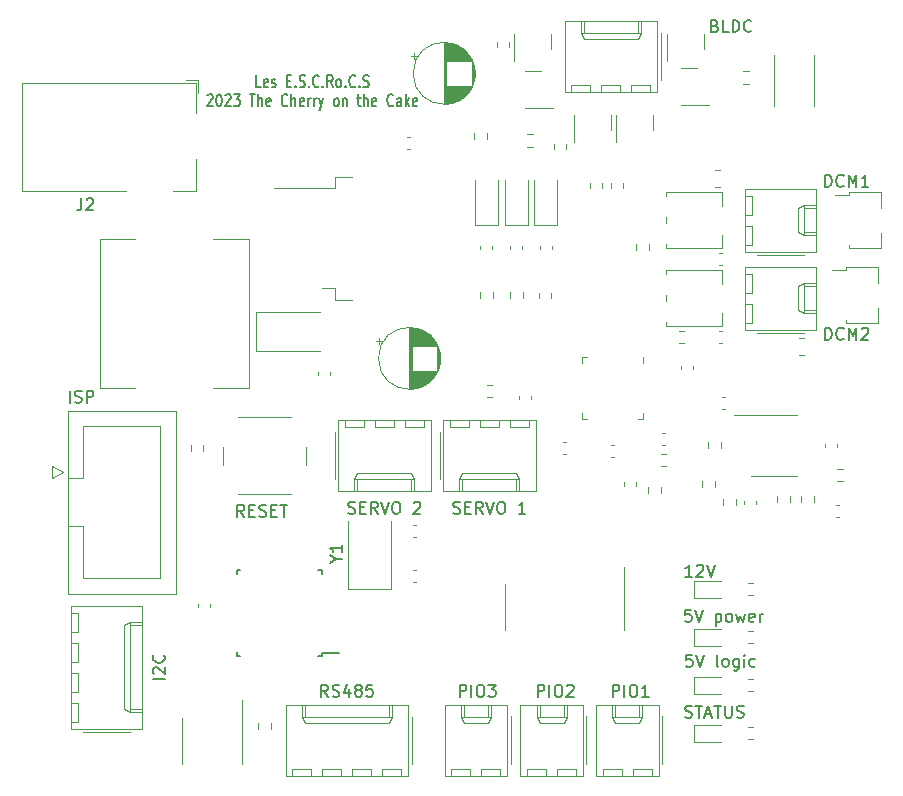
<source format=gbr>
%TF.GenerationSoftware,KiCad,Pcbnew,6.0.11+dfsg-1~bpo11+1*%
%TF.CreationDate,2023-02-26T16:43:03+01:00*%
%TF.ProjectId,gun_board,67756e5f-626f-4617-9264-2e6b69636164,rev?*%
%TF.SameCoordinates,PX6940178PY3a87660*%
%TF.FileFunction,Legend,Top*%
%TF.FilePolarity,Positive*%
%FSLAX46Y46*%
G04 Gerber Fmt 4.6, Leading zero omitted, Abs format (unit mm)*
G04 Created by KiCad (PCBNEW 6.0.11+dfsg-1~bpo11+1) date 2023-02-26 16:43:03*
%MOMM*%
%LPD*%
G01*
G04 APERTURE LIST*
%ADD10C,0.200000*%
%ADD11C,0.150000*%
%ADD12C,0.120000*%
G04 APERTURE END LIST*
D10*
X17482095Y-6251380D02*
X17101142Y-6251380D01*
X17101142Y-5251380D01*
X18053523Y-6203761D02*
X17977333Y-6251380D01*
X17824952Y-6251380D01*
X17748761Y-6203761D01*
X17710666Y-6108523D01*
X17710666Y-5727571D01*
X17748761Y-5632333D01*
X17824952Y-5584714D01*
X17977333Y-5584714D01*
X18053523Y-5632333D01*
X18091619Y-5727571D01*
X18091619Y-5822809D01*
X17710666Y-5918047D01*
X18396380Y-6203761D02*
X18472571Y-6251380D01*
X18624952Y-6251380D01*
X18701142Y-6203761D01*
X18739238Y-6108523D01*
X18739238Y-6060904D01*
X18701142Y-5965666D01*
X18624952Y-5918047D01*
X18510666Y-5918047D01*
X18434476Y-5870428D01*
X18396380Y-5775190D01*
X18396380Y-5727571D01*
X18434476Y-5632333D01*
X18510666Y-5584714D01*
X18624952Y-5584714D01*
X18701142Y-5632333D01*
X19691619Y-5727571D02*
X19958285Y-5727571D01*
X20072571Y-6251380D02*
X19691619Y-6251380D01*
X19691619Y-5251380D01*
X20072571Y-5251380D01*
X20415428Y-6156142D02*
X20453523Y-6203761D01*
X20415428Y-6251380D01*
X20377333Y-6203761D01*
X20415428Y-6156142D01*
X20415428Y-6251380D01*
X20758285Y-6203761D02*
X20872571Y-6251380D01*
X21063047Y-6251380D01*
X21139238Y-6203761D01*
X21177333Y-6156142D01*
X21215428Y-6060904D01*
X21215428Y-5965666D01*
X21177333Y-5870428D01*
X21139238Y-5822809D01*
X21063047Y-5775190D01*
X20910666Y-5727571D01*
X20834476Y-5679952D01*
X20796380Y-5632333D01*
X20758285Y-5537095D01*
X20758285Y-5441857D01*
X20796380Y-5346619D01*
X20834476Y-5299000D01*
X20910666Y-5251380D01*
X21101142Y-5251380D01*
X21215428Y-5299000D01*
X21558285Y-6156142D02*
X21596380Y-6203761D01*
X21558285Y-6251380D01*
X21520190Y-6203761D01*
X21558285Y-6156142D01*
X21558285Y-6251380D01*
X22396380Y-6156142D02*
X22358285Y-6203761D01*
X22244000Y-6251380D01*
X22167809Y-6251380D01*
X22053523Y-6203761D01*
X21977333Y-6108523D01*
X21939238Y-6013285D01*
X21901142Y-5822809D01*
X21901142Y-5679952D01*
X21939238Y-5489476D01*
X21977333Y-5394238D01*
X22053523Y-5299000D01*
X22167809Y-5251380D01*
X22244000Y-5251380D01*
X22358285Y-5299000D01*
X22396380Y-5346619D01*
X22739238Y-6156142D02*
X22777333Y-6203761D01*
X22739238Y-6251380D01*
X22701142Y-6203761D01*
X22739238Y-6156142D01*
X22739238Y-6251380D01*
X23577333Y-6251380D02*
X23310666Y-5775190D01*
X23120190Y-6251380D02*
X23120190Y-5251380D01*
X23424952Y-5251380D01*
X23501142Y-5299000D01*
X23539238Y-5346619D01*
X23577333Y-5441857D01*
X23577333Y-5584714D01*
X23539238Y-5679952D01*
X23501142Y-5727571D01*
X23424952Y-5775190D01*
X23120190Y-5775190D01*
X24034476Y-6251380D02*
X23958285Y-6203761D01*
X23920190Y-6156142D01*
X23882095Y-6060904D01*
X23882095Y-5775190D01*
X23920190Y-5679952D01*
X23958285Y-5632333D01*
X24034476Y-5584714D01*
X24148761Y-5584714D01*
X24224952Y-5632333D01*
X24263047Y-5679952D01*
X24301142Y-5775190D01*
X24301142Y-6060904D01*
X24263047Y-6156142D01*
X24224952Y-6203761D01*
X24148761Y-6251380D01*
X24034476Y-6251380D01*
X24644000Y-6156142D02*
X24682095Y-6203761D01*
X24644000Y-6251380D01*
X24605904Y-6203761D01*
X24644000Y-6156142D01*
X24644000Y-6251380D01*
X25482095Y-6156142D02*
X25444000Y-6203761D01*
X25329714Y-6251380D01*
X25253523Y-6251380D01*
X25139238Y-6203761D01*
X25063047Y-6108523D01*
X25024952Y-6013285D01*
X24986857Y-5822809D01*
X24986857Y-5679952D01*
X25024952Y-5489476D01*
X25063047Y-5394238D01*
X25139238Y-5299000D01*
X25253523Y-5251380D01*
X25329714Y-5251380D01*
X25444000Y-5299000D01*
X25482095Y-5346619D01*
X25824952Y-6156142D02*
X25863047Y-6203761D01*
X25824952Y-6251380D01*
X25786857Y-6203761D01*
X25824952Y-6156142D01*
X25824952Y-6251380D01*
X26167809Y-6203761D02*
X26282095Y-6251380D01*
X26472571Y-6251380D01*
X26548761Y-6203761D01*
X26586857Y-6156142D01*
X26624952Y-6060904D01*
X26624952Y-5965666D01*
X26586857Y-5870428D01*
X26548761Y-5822809D01*
X26472571Y-5775190D01*
X26320190Y-5727571D01*
X26244000Y-5679952D01*
X26205904Y-5632333D01*
X26167809Y-5537095D01*
X26167809Y-5441857D01*
X26205904Y-5346619D01*
X26244000Y-5299000D01*
X26320190Y-5251380D01*
X26510666Y-5251380D01*
X26624952Y-5299000D01*
X12948761Y-6956619D02*
X12986857Y-6909000D01*
X13063047Y-6861380D01*
X13253523Y-6861380D01*
X13329714Y-6909000D01*
X13367809Y-6956619D01*
X13405904Y-7051857D01*
X13405904Y-7147095D01*
X13367809Y-7289952D01*
X12910666Y-7861380D01*
X13405904Y-7861380D01*
X13901142Y-6861380D02*
X13977333Y-6861380D01*
X14053523Y-6909000D01*
X14091619Y-6956619D01*
X14129714Y-7051857D01*
X14167809Y-7242333D01*
X14167809Y-7480428D01*
X14129714Y-7670904D01*
X14091619Y-7766142D01*
X14053523Y-7813761D01*
X13977333Y-7861380D01*
X13901142Y-7861380D01*
X13824952Y-7813761D01*
X13786857Y-7766142D01*
X13748761Y-7670904D01*
X13710666Y-7480428D01*
X13710666Y-7242333D01*
X13748761Y-7051857D01*
X13786857Y-6956619D01*
X13824952Y-6909000D01*
X13901142Y-6861380D01*
X14472571Y-6956619D02*
X14510666Y-6909000D01*
X14586857Y-6861380D01*
X14777333Y-6861380D01*
X14853523Y-6909000D01*
X14891619Y-6956619D01*
X14929714Y-7051857D01*
X14929714Y-7147095D01*
X14891619Y-7289952D01*
X14434476Y-7861380D01*
X14929714Y-7861380D01*
X15196380Y-6861380D02*
X15691619Y-6861380D01*
X15424952Y-7242333D01*
X15539238Y-7242333D01*
X15615428Y-7289952D01*
X15653523Y-7337571D01*
X15691619Y-7432809D01*
X15691619Y-7670904D01*
X15653523Y-7766142D01*
X15615428Y-7813761D01*
X15539238Y-7861380D01*
X15310666Y-7861380D01*
X15234476Y-7813761D01*
X15196380Y-7766142D01*
X16529714Y-6861380D02*
X16986857Y-6861380D01*
X16758285Y-7861380D02*
X16758285Y-6861380D01*
X17253523Y-7861380D02*
X17253523Y-6861380D01*
X17596380Y-7861380D02*
X17596380Y-7337571D01*
X17558285Y-7242333D01*
X17482095Y-7194714D01*
X17367809Y-7194714D01*
X17291619Y-7242333D01*
X17253523Y-7289952D01*
X18282095Y-7813761D02*
X18205904Y-7861380D01*
X18053523Y-7861380D01*
X17977333Y-7813761D01*
X17939238Y-7718523D01*
X17939238Y-7337571D01*
X17977333Y-7242333D01*
X18053523Y-7194714D01*
X18205904Y-7194714D01*
X18282095Y-7242333D01*
X18320190Y-7337571D01*
X18320190Y-7432809D01*
X17939238Y-7528047D01*
X19729714Y-7766142D02*
X19691619Y-7813761D01*
X19577333Y-7861380D01*
X19501142Y-7861380D01*
X19386857Y-7813761D01*
X19310666Y-7718523D01*
X19272571Y-7623285D01*
X19234476Y-7432809D01*
X19234476Y-7289952D01*
X19272571Y-7099476D01*
X19310666Y-7004238D01*
X19386857Y-6909000D01*
X19501142Y-6861380D01*
X19577333Y-6861380D01*
X19691619Y-6909000D01*
X19729714Y-6956619D01*
X20072571Y-7861380D02*
X20072571Y-6861380D01*
X20415428Y-7861380D02*
X20415428Y-7337571D01*
X20377333Y-7242333D01*
X20301142Y-7194714D01*
X20186857Y-7194714D01*
X20110666Y-7242333D01*
X20072571Y-7289952D01*
X21101142Y-7813761D02*
X21024952Y-7861380D01*
X20872571Y-7861380D01*
X20796380Y-7813761D01*
X20758285Y-7718523D01*
X20758285Y-7337571D01*
X20796380Y-7242333D01*
X20872571Y-7194714D01*
X21024952Y-7194714D01*
X21101142Y-7242333D01*
X21139238Y-7337571D01*
X21139238Y-7432809D01*
X20758285Y-7528047D01*
X21482095Y-7861380D02*
X21482095Y-7194714D01*
X21482095Y-7385190D02*
X21520190Y-7289952D01*
X21558285Y-7242333D01*
X21634476Y-7194714D01*
X21710666Y-7194714D01*
X21977333Y-7861380D02*
X21977333Y-7194714D01*
X21977333Y-7385190D02*
X22015428Y-7289952D01*
X22053523Y-7242333D01*
X22129714Y-7194714D01*
X22205904Y-7194714D01*
X22396380Y-7194714D02*
X22586857Y-7861380D01*
X22777333Y-7194714D02*
X22586857Y-7861380D01*
X22510666Y-8099476D01*
X22472571Y-8147095D01*
X22396380Y-8194714D01*
X23805904Y-7861380D02*
X23729714Y-7813761D01*
X23691619Y-7766142D01*
X23653523Y-7670904D01*
X23653523Y-7385190D01*
X23691619Y-7289952D01*
X23729714Y-7242333D01*
X23805904Y-7194714D01*
X23920190Y-7194714D01*
X23996380Y-7242333D01*
X24034476Y-7289952D01*
X24072571Y-7385190D01*
X24072571Y-7670904D01*
X24034476Y-7766142D01*
X23996380Y-7813761D01*
X23920190Y-7861380D01*
X23805904Y-7861380D01*
X24415428Y-7194714D02*
X24415428Y-7861380D01*
X24415428Y-7289952D02*
X24453523Y-7242333D01*
X24529714Y-7194714D01*
X24644000Y-7194714D01*
X24720190Y-7242333D01*
X24758285Y-7337571D01*
X24758285Y-7861380D01*
X25634476Y-7194714D02*
X25939238Y-7194714D01*
X25748761Y-6861380D02*
X25748761Y-7718523D01*
X25786857Y-7813761D01*
X25863047Y-7861380D01*
X25939238Y-7861380D01*
X26205904Y-7861380D02*
X26205904Y-6861380D01*
X26548761Y-7861380D02*
X26548761Y-7337571D01*
X26510666Y-7242333D01*
X26434476Y-7194714D01*
X26320190Y-7194714D01*
X26244000Y-7242333D01*
X26205904Y-7289952D01*
X27234476Y-7813761D02*
X27158285Y-7861380D01*
X27005904Y-7861380D01*
X26929714Y-7813761D01*
X26891619Y-7718523D01*
X26891619Y-7337571D01*
X26929714Y-7242333D01*
X27005904Y-7194714D01*
X27158285Y-7194714D01*
X27234476Y-7242333D01*
X27272571Y-7337571D01*
X27272571Y-7432809D01*
X26891619Y-7528047D01*
X28682095Y-7766142D02*
X28644000Y-7813761D01*
X28529714Y-7861380D01*
X28453523Y-7861380D01*
X28339238Y-7813761D01*
X28263047Y-7718523D01*
X28224952Y-7623285D01*
X28186857Y-7432809D01*
X28186857Y-7289952D01*
X28224952Y-7099476D01*
X28263047Y-7004238D01*
X28339238Y-6909000D01*
X28453523Y-6861380D01*
X28529714Y-6861380D01*
X28644000Y-6909000D01*
X28682095Y-6956619D01*
X29367809Y-7861380D02*
X29367809Y-7337571D01*
X29329714Y-7242333D01*
X29253523Y-7194714D01*
X29101142Y-7194714D01*
X29024952Y-7242333D01*
X29367809Y-7813761D02*
X29291619Y-7861380D01*
X29101142Y-7861380D01*
X29024952Y-7813761D01*
X28986857Y-7718523D01*
X28986857Y-7623285D01*
X29024952Y-7528047D01*
X29101142Y-7480428D01*
X29291619Y-7480428D01*
X29367809Y-7432809D01*
X29748761Y-7861380D02*
X29748761Y-6861380D01*
X29824952Y-7480428D02*
X30053523Y-7861380D01*
X30053523Y-7194714D02*
X29748761Y-7575666D01*
X30701142Y-7813761D02*
X30624952Y-7861380D01*
X30472571Y-7861380D01*
X30396380Y-7813761D01*
X30358285Y-7718523D01*
X30358285Y-7337571D01*
X30396380Y-7242333D01*
X30472571Y-7194714D01*
X30624952Y-7194714D01*
X30701142Y-7242333D01*
X30739238Y-7337571D01*
X30739238Y-7432809D01*
X30358285Y-7528047D01*
D11*
%TO.C,J2*%
X2296666Y-15674880D02*
X2296666Y-16389166D01*
X2249047Y-16532023D01*
X2153809Y-16627261D01*
X2010952Y-16674880D01*
X1915714Y-16674880D01*
X2725238Y-15770119D02*
X2772857Y-15722500D01*
X2868095Y-15674880D01*
X3106190Y-15674880D01*
X3201428Y-15722500D01*
X3249047Y-15770119D01*
X3296666Y-15865357D01*
X3296666Y-15960595D01*
X3249047Y-16103452D01*
X2677619Y-16674880D01*
X3296666Y-16674880D01*
%TO.C,PIO1*%
X47268000Y-57856380D02*
X47268000Y-56856380D01*
X47648952Y-56856380D01*
X47744190Y-56904000D01*
X47791809Y-56951619D01*
X47839428Y-57046857D01*
X47839428Y-57189714D01*
X47791809Y-57284952D01*
X47744190Y-57332571D01*
X47648952Y-57380190D01*
X47268000Y-57380190D01*
X48268000Y-57856380D02*
X48268000Y-56856380D01*
X48934666Y-56856380D02*
X49125142Y-56856380D01*
X49220380Y-56904000D01*
X49315619Y-56999238D01*
X49363238Y-57189714D01*
X49363238Y-57523047D01*
X49315619Y-57713523D01*
X49220380Y-57808761D01*
X49125142Y-57856380D01*
X48934666Y-57856380D01*
X48839428Y-57808761D01*
X48744190Y-57713523D01*
X48696571Y-57523047D01*
X48696571Y-57189714D01*
X48744190Y-56999238D01*
X48839428Y-56904000D01*
X48934666Y-56856380D01*
X50315619Y-57856380D02*
X49744190Y-57856380D01*
X50029904Y-57856380D02*
X50029904Y-56856380D01*
X49934666Y-56999238D01*
X49839428Y-57094476D01*
X49744190Y-57142095D01*
%TO.C,PIO2*%
X40918000Y-57856380D02*
X40918000Y-56856380D01*
X41298952Y-56856380D01*
X41394190Y-56904000D01*
X41441809Y-56951619D01*
X41489428Y-57046857D01*
X41489428Y-57189714D01*
X41441809Y-57284952D01*
X41394190Y-57332571D01*
X41298952Y-57380190D01*
X40918000Y-57380190D01*
X41918000Y-57856380D02*
X41918000Y-56856380D01*
X42584666Y-56856380D02*
X42775142Y-56856380D01*
X42870380Y-56904000D01*
X42965619Y-56999238D01*
X43013238Y-57189714D01*
X43013238Y-57523047D01*
X42965619Y-57713523D01*
X42870380Y-57808761D01*
X42775142Y-57856380D01*
X42584666Y-57856380D01*
X42489428Y-57808761D01*
X42394190Y-57713523D01*
X42346571Y-57523047D01*
X42346571Y-57189714D01*
X42394190Y-56999238D01*
X42489428Y-56904000D01*
X42584666Y-56856380D01*
X43394190Y-56951619D02*
X43441809Y-56904000D01*
X43537047Y-56856380D01*
X43775142Y-56856380D01*
X43870380Y-56904000D01*
X43918000Y-56951619D01*
X43965619Y-57046857D01*
X43965619Y-57142095D01*
X43918000Y-57284952D01*
X43346571Y-57856380D01*
X43965619Y-57856380D01*
%TO.C,RESET*%
X16073619Y-42616380D02*
X15740285Y-42140190D01*
X15502190Y-42616380D02*
X15502190Y-41616380D01*
X15883142Y-41616380D01*
X15978380Y-41664000D01*
X16026000Y-41711619D01*
X16073619Y-41806857D01*
X16073619Y-41949714D01*
X16026000Y-42044952D01*
X15978380Y-42092571D01*
X15883142Y-42140190D01*
X15502190Y-42140190D01*
X16502190Y-42092571D02*
X16835523Y-42092571D01*
X16978380Y-42616380D02*
X16502190Y-42616380D01*
X16502190Y-41616380D01*
X16978380Y-41616380D01*
X17359333Y-42568761D02*
X17502190Y-42616380D01*
X17740285Y-42616380D01*
X17835523Y-42568761D01*
X17883142Y-42521142D01*
X17930761Y-42425904D01*
X17930761Y-42330666D01*
X17883142Y-42235428D01*
X17835523Y-42187809D01*
X17740285Y-42140190D01*
X17549809Y-42092571D01*
X17454571Y-42044952D01*
X17406952Y-41997333D01*
X17359333Y-41902095D01*
X17359333Y-41806857D01*
X17406952Y-41711619D01*
X17454571Y-41664000D01*
X17549809Y-41616380D01*
X17787904Y-41616380D01*
X17930761Y-41664000D01*
X18359333Y-42092571D02*
X18692666Y-42092571D01*
X18835523Y-42616380D02*
X18359333Y-42616380D01*
X18359333Y-41616380D01*
X18835523Y-41616380D01*
X19121238Y-41616380D02*
X19692666Y-41616380D01*
X19406952Y-42616380D02*
X19406952Y-41616380D01*
%TO.C,DCM2*%
X65246476Y-27630380D02*
X65246476Y-26630380D01*
X65484571Y-26630380D01*
X65627428Y-26678000D01*
X65722666Y-26773238D01*
X65770285Y-26868476D01*
X65817904Y-27058952D01*
X65817904Y-27201809D01*
X65770285Y-27392285D01*
X65722666Y-27487523D01*
X65627428Y-27582761D01*
X65484571Y-27630380D01*
X65246476Y-27630380D01*
X66817904Y-27535142D02*
X66770285Y-27582761D01*
X66627428Y-27630380D01*
X66532190Y-27630380D01*
X66389333Y-27582761D01*
X66294095Y-27487523D01*
X66246476Y-27392285D01*
X66198857Y-27201809D01*
X66198857Y-27058952D01*
X66246476Y-26868476D01*
X66294095Y-26773238D01*
X66389333Y-26678000D01*
X66532190Y-26630380D01*
X66627428Y-26630380D01*
X66770285Y-26678000D01*
X66817904Y-26725619D01*
X67246476Y-27630380D02*
X67246476Y-26630380D01*
X67579809Y-27344666D01*
X67913142Y-26630380D01*
X67913142Y-27630380D01*
X68341714Y-26725619D02*
X68389333Y-26678000D01*
X68484571Y-26630380D01*
X68722666Y-26630380D01*
X68817904Y-26678000D01*
X68865523Y-26725619D01*
X68913142Y-26820857D01*
X68913142Y-26916095D01*
X68865523Y-27058952D01*
X68294095Y-27630380D01*
X68913142Y-27630380D01*
%TO.C,5V power*%
X53903904Y-50506380D02*
X53427714Y-50506380D01*
X53380095Y-50982571D01*
X53427714Y-50934952D01*
X53522952Y-50887333D01*
X53761047Y-50887333D01*
X53856285Y-50934952D01*
X53903904Y-50982571D01*
X53951523Y-51077809D01*
X53951523Y-51315904D01*
X53903904Y-51411142D01*
X53856285Y-51458761D01*
X53761047Y-51506380D01*
X53522952Y-51506380D01*
X53427714Y-51458761D01*
X53380095Y-51411142D01*
X54237238Y-50506380D02*
X54570571Y-51506380D01*
X54903904Y-50506380D01*
X55999142Y-50839714D02*
X55999142Y-51839714D01*
X55999142Y-50887333D02*
X56094380Y-50839714D01*
X56284857Y-50839714D01*
X56380095Y-50887333D01*
X56427714Y-50934952D01*
X56475333Y-51030190D01*
X56475333Y-51315904D01*
X56427714Y-51411142D01*
X56380095Y-51458761D01*
X56284857Y-51506380D01*
X56094380Y-51506380D01*
X55999142Y-51458761D01*
X57046761Y-51506380D02*
X56951523Y-51458761D01*
X56903904Y-51411142D01*
X56856285Y-51315904D01*
X56856285Y-51030190D01*
X56903904Y-50934952D01*
X56951523Y-50887333D01*
X57046761Y-50839714D01*
X57189619Y-50839714D01*
X57284857Y-50887333D01*
X57332476Y-50934952D01*
X57380095Y-51030190D01*
X57380095Y-51315904D01*
X57332476Y-51411142D01*
X57284857Y-51458761D01*
X57189619Y-51506380D01*
X57046761Y-51506380D01*
X57713428Y-50839714D02*
X57903904Y-51506380D01*
X58094380Y-51030190D01*
X58284857Y-51506380D01*
X58475333Y-50839714D01*
X59237238Y-51458761D02*
X59142000Y-51506380D01*
X58951523Y-51506380D01*
X58856285Y-51458761D01*
X58808666Y-51363523D01*
X58808666Y-50982571D01*
X58856285Y-50887333D01*
X58951523Y-50839714D01*
X59142000Y-50839714D01*
X59237238Y-50887333D01*
X59284857Y-50982571D01*
X59284857Y-51077809D01*
X58808666Y-51173047D01*
X59713428Y-51506380D02*
X59713428Y-50839714D01*
X59713428Y-51030190D02*
X59761047Y-50934952D01*
X59808666Y-50887333D01*
X59903904Y-50839714D01*
X59999142Y-50839714D01*
%TO.C,SERVO 2*%
X24892380Y-42314761D02*
X25035238Y-42362380D01*
X25273333Y-42362380D01*
X25368571Y-42314761D01*
X25416190Y-42267142D01*
X25463809Y-42171904D01*
X25463809Y-42076666D01*
X25416190Y-41981428D01*
X25368571Y-41933809D01*
X25273333Y-41886190D01*
X25082857Y-41838571D01*
X24987619Y-41790952D01*
X24940000Y-41743333D01*
X24892380Y-41648095D01*
X24892380Y-41552857D01*
X24940000Y-41457619D01*
X24987619Y-41410000D01*
X25082857Y-41362380D01*
X25320952Y-41362380D01*
X25463809Y-41410000D01*
X25892380Y-41838571D02*
X26225714Y-41838571D01*
X26368571Y-42362380D02*
X25892380Y-42362380D01*
X25892380Y-41362380D01*
X26368571Y-41362380D01*
X27368571Y-42362380D02*
X27035238Y-41886190D01*
X26797142Y-42362380D02*
X26797142Y-41362380D01*
X27178095Y-41362380D01*
X27273333Y-41410000D01*
X27320952Y-41457619D01*
X27368571Y-41552857D01*
X27368571Y-41695714D01*
X27320952Y-41790952D01*
X27273333Y-41838571D01*
X27178095Y-41886190D01*
X26797142Y-41886190D01*
X27654285Y-41362380D02*
X27987619Y-42362380D01*
X28320952Y-41362380D01*
X28844761Y-41362380D02*
X29035238Y-41362380D01*
X29130476Y-41410000D01*
X29225714Y-41505238D01*
X29273333Y-41695714D01*
X29273333Y-42029047D01*
X29225714Y-42219523D01*
X29130476Y-42314761D01*
X29035238Y-42362380D01*
X28844761Y-42362380D01*
X28749523Y-42314761D01*
X28654285Y-42219523D01*
X28606666Y-42029047D01*
X28606666Y-41695714D01*
X28654285Y-41505238D01*
X28749523Y-41410000D01*
X28844761Y-41362380D01*
X30416190Y-41457619D02*
X30463809Y-41410000D01*
X30559047Y-41362380D01*
X30797142Y-41362380D01*
X30892380Y-41410000D01*
X30940000Y-41457619D01*
X30987619Y-41552857D01*
X30987619Y-41648095D01*
X30940000Y-41790952D01*
X30368571Y-42362380D01*
X30987619Y-42362380D01*
%TO.C,5V logic*%
X53983238Y-54316380D02*
X53507047Y-54316380D01*
X53459428Y-54792571D01*
X53507047Y-54744952D01*
X53602285Y-54697333D01*
X53840380Y-54697333D01*
X53935619Y-54744952D01*
X53983238Y-54792571D01*
X54030857Y-54887809D01*
X54030857Y-55125904D01*
X53983238Y-55221142D01*
X53935619Y-55268761D01*
X53840380Y-55316380D01*
X53602285Y-55316380D01*
X53507047Y-55268761D01*
X53459428Y-55221142D01*
X54316571Y-54316380D02*
X54649904Y-55316380D01*
X54983238Y-54316380D01*
X56221333Y-55316380D02*
X56126095Y-55268761D01*
X56078476Y-55173523D01*
X56078476Y-54316380D01*
X56745142Y-55316380D02*
X56649904Y-55268761D01*
X56602285Y-55221142D01*
X56554666Y-55125904D01*
X56554666Y-54840190D01*
X56602285Y-54744952D01*
X56649904Y-54697333D01*
X56745142Y-54649714D01*
X56888000Y-54649714D01*
X56983238Y-54697333D01*
X57030857Y-54744952D01*
X57078476Y-54840190D01*
X57078476Y-55125904D01*
X57030857Y-55221142D01*
X56983238Y-55268761D01*
X56888000Y-55316380D01*
X56745142Y-55316380D01*
X57935619Y-54649714D02*
X57935619Y-55459238D01*
X57888000Y-55554476D01*
X57840380Y-55602095D01*
X57745142Y-55649714D01*
X57602285Y-55649714D01*
X57507047Y-55602095D01*
X57935619Y-55268761D02*
X57840380Y-55316380D01*
X57649904Y-55316380D01*
X57554666Y-55268761D01*
X57507047Y-55221142D01*
X57459428Y-55125904D01*
X57459428Y-54840190D01*
X57507047Y-54744952D01*
X57554666Y-54697333D01*
X57649904Y-54649714D01*
X57840380Y-54649714D01*
X57935619Y-54697333D01*
X58411809Y-55316380D02*
X58411809Y-54649714D01*
X58411809Y-54316380D02*
X58364190Y-54364000D01*
X58411809Y-54411619D01*
X58459428Y-54364000D01*
X58411809Y-54316380D01*
X58411809Y-54411619D01*
X59316571Y-55268761D02*
X59221333Y-55316380D01*
X59030857Y-55316380D01*
X58935619Y-55268761D01*
X58888000Y-55221142D01*
X58840380Y-55125904D01*
X58840380Y-54840190D01*
X58888000Y-54744952D01*
X58935619Y-54697333D01*
X59030857Y-54649714D01*
X59221333Y-54649714D01*
X59316571Y-54697333D01*
%TO.C,ISP*%
X1309809Y-32964380D02*
X1309809Y-31964380D01*
X1738380Y-32916761D02*
X1881238Y-32964380D01*
X2119333Y-32964380D01*
X2214571Y-32916761D01*
X2262190Y-32869142D01*
X2309809Y-32773904D01*
X2309809Y-32678666D01*
X2262190Y-32583428D01*
X2214571Y-32535809D01*
X2119333Y-32488190D01*
X1928857Y-32440571D01*
X1833619Y-32392952D01*
X1786000Y-32345333D01*
X1738380Y-32250095D01*
X1738380Y-32154857D01*
X1786000Y-32059619D01*
X1833619Y-32012000D01*
X1928857Y-31964380D01*
X2166952Y-31964380D01*
X2309809Y-32012000D01*
X2738380Y-32964380D02*
X2738380Y-31964380D01*
X3119333Y-31964380D01*
X3214571Y-32012000D01*
X3262190Y-32059619D01*
X3309809Y-32154857D01*
X3309809Y-32297714D01*
X3262190Y-32392952D01*
X3214571Y-32440571D01*
X3119333Y-32488190D01*
X2738380Y-32488190D01*
%TO.C,Y1*%
X23846190Y-46196190D02*
X24322380Y-46196190D01*
X23322380Y-46529523D02*
X23846190Y-46196190D01*
X23322380Y-45862857D01*
X24322380Y-45005714D02*
X24322380Y-45577142D01*
X24322380Y-45291428D02*
X23322380Y-45291428D01*
X23465238Y-45386666D01*
X23560476Y-45481904D01*
X23608095Y-45577142D01*
%TO.C,SERVO 1*%
X33782380Y-42314761D02*
X33925238Y-42362380D01*
X34163333Y-42362380D01*
X34258571Y-42314761D01*
X34306190Y-42267142D01*
X34353809Y-42171904D01*
X34353809Y-42076666D01*
X34306190Y-41981428D01*
X34258571Y-41933809D01*
X34163333Y-41886190D01*
X33972857Y-41838571D01*
X33877619Y-41790952D01*
X33830000Y-41743333D01*
X33782380Y-41648095D01*
X33782380Y-41552857D01*
X33830000Y-41457619D01*
X33877619Y-41410000D01*
X33972857Y-41362380D01*
X34210952Y-41362380D01*
X34353809Y-41410000D01*
X34782380Y-41838571D02*
X35115714Y-41838571D01*
X35258571Y-42362380D02*
X34782380Y-42362380D01*
X34782380Y-41362380D01*
X35258571Y-41362380D01*
X36258571Y-42362380D02*
X35925238Y-41886190D01*
X35687142Y-42362380D02*
X35687142Y-41362380D01*
X36068095Y-41362380D01*
X36163333Y-41410000D01*
X36210952Y-41457619D01*
X36258571Y-41552857D01*
X36258571Y-41695714D01*
X36210952Y-41790952D01*
X36163333Y-41838571D01*
X36068095Y-41886190D01*
X35687142Y-41886190D01*
X36544285Y-41362380D02*
X36877619Y-42362380D01*
X37210952Y-41362380D01*
X37734761Y-41362380D02*
X37925238Y-41362380D01*
X38020476Y-41410000D01*
X38115714Y-41505238D01*
X38163333Y-41695714D01*
X38163333Y-42029047D01*
X38115714Y-42219523D01*
X38020476Y-42314761D01*
X37925238Y-42362380D01*
X37734761Y-42362380D01*
X37639523Y-42314761D01*
X37544285Y-42219523D01*
X37496666Y-42029047D01*
X37496666Y-41695714D01*
X37544285Y-41505238D01*
X37639523Y-41410000D01*
X37734761Y-41362380D01*
X39877619Y-42362380D02*
X39306190Y-42362380D01*
X39591904Y-42362380D02*
X39591904Y-41362380D01*
X39496666Y-41505238D01*
X39401428Y-41600476D01*
X39306190Y-41648095D01*
%TO.C,RS485*%
X23169761Y-57856380D02*
X22836428Y-57380190D01*
X22598333Y-57856380D02*
X22598333Y-56856380D01*
X22979285Y-56856380D01*
X23074523Y-56904000D01*
X23122142Y-56951619D01*
X23169761Y-57046857D01*
X23169761Y-57189714D01*
X23122142Y-57284952D01*
X23074523Y-57332571D01*
X22979285Y-57380190D01*
X22598333Y-57380190D01*
X23550714Y-57808761D02*
X23693571Y-57856380D01*
X23931666Y-57856380D01*
X24026904Y-57808761D01*
X24074523Y-57761142D01*
X24122142Y-57665904D01*
X24122142Y-57570666D01*
X24074523Y-57475428D01*
X24026904Y-57427809D01*
X23931666Y-57380190D01*
X23741190Y-57332571D01*
X23645952Y-57284952D01*
X23598333Y-57237333D01*
X23550714Y-57142095D01*
X23550714Y-57046857D01*
X23598333Y-56951619D01*
X23645952Y-56904000D01*
X23741190Y-56856380D01*
X23979285Y-56856380D01*
X24122142Y-56904000D01*
X24979285Y-57189714D02*
X24979285Y-57856380D01*
X24741190Y-56808761D02*
X24503095Y-57523047D01*
X25122142Y-57523047D01*
X25645952Y-57284952D02*
X25550714Y-57237333D01*
X25503095Y-57189714D01*
X25455476Y-57094476D01*
X25455476Y-57046857D01*
X25503095Y-56951619D01*
X25550714Y-56904000D01*
X25645952Y-56856380D01*
X25836428Y-56856380D01*
X25931666Y-56904000D01*
X25979285Y-56951619D01*
X26026904Y-57046857D01*
X26026904Y-57094476D01*
X25979285Y-57189714D01*
X25931666Y-57237333D01*
X25836428Y-57284952D01*
X25645952Y-57284952D01*
X25550714Y-57332571D01*
X25503095Y-57380190D01*
X25455476Y-57475428D01*
X25455476Y-57665904D01*
X25503095Y-57761142D01*
X25550714Y-57808761D01*
X25645952Y-57856380D01*
X25836428Y-57856380D01*
X25931666Y-57808761D01*
X25979285Y-57761142D01*
X26026904Y-57665904D01*
X26026904Y-57475428D01*
X25979285Y-57380190D01*
X25931666Y-57332571D01*
X25836428Y-57284952D01*
X26931666Y-56856380D02*
X26455476Y-56856380D01*
X26407857Y-57332571D01*
X26455476Y-57284952D01*
X26550714Y-57237333D01*
X26788809Y-57237333D01*
X26884047Y-57284952D01*
X26931666Y-57332571D01*
X26979285Y-57427809D01*
X26979285Y-57665904D01*
X26931666Y-57761142D01*
X26884047Y-57808761D01*
X26788809Y-57856380D01*
X26550714Y-57856380D01*
X26455476Y-57808761D01*
X26407857Y-57761142D01*
%TO.C,BLDC*%
X55943666Y-1040571D02*
X56086523Y-1088190D01*
X56134142Y-1135809D01*
X56181761Y-1231047D01*
X56181761Y-1373904D01*
X56134142Y-1469142D01*
X56086523Y-1516761D01*
X55991285Y-1564380D01*
X55610333Y-1564380D01*
X55610333Y-564380D01*
X55943666Y-564380D01*
X56038904Y-612000D01*
X56086523Y-659619D01*
X56134142Y-754857D01*
X56134142Y-850095D01*
X56086523Y-945333D01*
X56038904Y-992952D01*
X55943666Y-1040571D01*
X55610333Y-1040571D01*
X57086523Y-1564380D02*
X56610333Y-1564380D01*
X56610333Y-564380D01*
X57419857Y-1564380D02*
X57419857Y-564380D01*
X57657952Y-564380D01*
X57800809Y-612000D01*
X57896047Y-707238D01*
X57943666Y-802476D01*
X57991285Y-992952D01*
X57991285Y-1135809D01*
X57943666Y-1326285D01*
X57896047Y-1421523D01*
X57800809Y-1516761D01*
X57657952Y-1564380D01*
X57419857Y-1564380D01*
X58991285Y-1469142D02*
X58943666Y-1516761D01*
X58800809Y-1564380D01*
X58705571Y-1564380D01*
X58562714Y-1516761D01*
X58467476Y-1421523D01*
X58419857Y-1326285D01*
X58372238Y-1135809D01*
X58372238Y-992952D01*
X58419857Y-802476D01*
X58467476Y-707238D01*
X58562714Y-612000D01*
X58705571Y-564380D01*
X58800809Y-564380D01*
X58943666Y-612000D01*
X58991285Y-659619D01*
%TO.C,12V*%
X53990952Y-47696380D02*
X53419523Y-47696380D01*
X53705238Y-47696380D02*
X53705238Y-46696380D01*
X53610000Y-46839238D01*
X53514761Y-46934476D01*
X53419523Y-46982095D01*
X54371904Y-46791619D02*
X54419523Y-46744000D01*
X54514761Y-46696380D01*
X54752857Y-46696380D01*
X54848095Y-46744000D01*
X54895714Y-46791619D01*
X54943333Y-46886857D01*
X54943333Y-46982095D01*
X54895714Y-47124952D01*
X54324285Y-47696380D01*
X54943333Y-47696380D01*
X55229047Y-46696380D02*
X55562380Y-47696380D01*
X55895714Y-46696380D01*
%TO.C,DCM1*%
X65246476Y-14676380D02*
X65246476Y-13676380D01*
X65484571Y-13676380D01*
X65627428Y-13724000D01*
X65722666Y-13819238D01*
X65770285Y-13914476D01*
X65817904Y-14104952D01*
X65817904Y-14247809D01*
X65770285Y-14438285D01*
X65722666Y-14533523D01*
X65627428Y-14628761D01*
X65484571Y-14676380D01*
X65246476Y-14676380D01*
X66817904Y-14581142D02*
X66770285Y-14628761D01*
X66627428Y-14676380D01*
X66532190Y-14676380D01*
X66389333Y-14628761D01*
X66294095Y-14533523D01*
X66246476Y-14438285D01*
X66198857Y-14247809D01*
X66198857Y-14104952D01*
X66246476Y-13914476D01*
X66294095Y-13819238D01*
X66389333Y-13724000D01*
X66532190Y-13676380D01*
X66627428Y-13676380D01*
X66770285Y-13724000D01*
X66817904Y-13771619D01*
X67246476Y-14676380D02*
X67246476Y-13676380D01*
X67579809Y-14390666D01*
X67913142Y-13676380D01*
X67913142Y-14676380D01*
X68913142Y-14676380D02*
X68341714Y-14676380D01*
X68627428Y-14676380D02*
X68627428Y-13676380D01*
X68532190Y-13819238D01*
X68436952Y-13914476D01*
X68341714Y-13962095D01*
%TO.C,I2C*%
X9342380Y-56348190D02*
X8342380Y-56348190D01*
X8437619Y-55919619D02*
X8390000Y-55872000D01*
X8342380Y-55776761D01*
X8342380Y-55538666D01*
X8390000Y-55443428D01*
X8437619Y-55395809D01*
X8532857Y-55348190D01*
X8628095Y-55348190D01*
X8770952Y-55395809D01*
X9342380Y-55967238D01*
X9342380Y-55348190D01*
X9247142Y-54348190D02*
X9294761Y-54395809D01*
X9342380Y-54538666D01*
X9342380Y-54633904D01*
X9294761Y-54776761D01*
X9199523Y-54872000D01*
X9104285Y-54919619D01*
X8913809Y-54967238D01*
X8770952Y-54967238D01*
X8580476Y-54919619D01*
X8485238Y-54872000D01*
X8390000Y-54776761D01*
X8342380Y-54633904D01*
X8342380Y-54538666D01*
X8390000Y-54395809D01*
X8437619Y-54348190D01*
%TO.C,PIO3*%
X34314000Y-57856380D02*
X34314000Y-56856380D01*
X34694952Y-56856380D01*
X34790190Y-56904000D01*
X34837809Y-56951619D01*
X34885428Y-57046857D01*
X34885428Y-57189714D01*
X34837809Y-57284952D01*
X34790190Y-57332571D01*
X34694952Y-57380190D01*
X34314000Y-57380190D01*
X35314000Y-57856380D02*
X35314000Y-56856380D01*
X35980666Y-56856380D02*
X36171142Y-56856380D01*
X36266380Y-56904000D01*
X36361619Y-56999238D01*
X36409238Y-57189714D01*
X36409238Y-57523047D01*
X36361619Y-57713523D01*
X36266380Y-57808761D01*
X36171142Y-57856380D01*
X35980666Y-57856380D01*
X35885428Y-57808761D01*
X35790190Y-57713523D01*
X35742571Y-57523047D01*
X35742571Y-57189714D01*
X35790190Y-56999238D01*
X35885428Y-56904000D01*
X35980666Y-56856380D01*
X36742571Y-56856380D02*
X37361619Y-56856380D01*
X37028285Y-57237333D01*
X37171142Y-57237333D01*
X37266380Y-57284952D01*
X37314000Y-57332571D01*
X37361619Y-57427809D01*
X37361619Y-57665904D01*
X37314000Y-57761142D01*
X37266380Y-57808761D01*
X37171142Y-57856380D01*
X36885428Y-57856380D01*
X36790190Y-57808761D01*
X36742571Y-57761142D01*
%TO.C,STATUS*%
X53403809Y-59586761D02*
X53546666Y-59634380D01*
X53784761Y-59634380D01*
X53880000Y-59586761D01*
X53927619Y-59539142D01*
X53975238Y-59443904D01*
X53975238Y-59348666D01*
X53927619Y-59253428D01*
X53880000Y-59205809D01*
X53784761Y-59158190D01*
X53594285Y-59110571D01*
X53499047Y-59062952D01*
X53451428Y-59015333D01*
X53403809Y-58920095D01*
X53403809Y-58824857D01*
X53451428Y-58729619D01*
X53499047Y-58682000D01*
X53594285Y-58634380D01*
X53832380Y-58634380D01*
X53975238Y-58682000D01*
X54260952Y-58634380D02*
X54832380Y-58634380D01*
X54546666Y-59634380D02*
X54546666Y-58634380D01*
X55118095Y-59348666D02*
X55594285Y-59348666D01*
X55022857Y-59634380D02*
X55356190Y-58634380D01*
X55689523Y-59634380D01*
X55880000Y-58634380D02*
X56451428Y-58634380D01*
X56165714Y-59634380D02*
X56165714Y-58634380D01*
X56784761Y-58634380D02*
X56784761Y-59443904D01*
X56832380Y-59539142D01*
X56880000Y-59586761D01*
X56975238Y-59634380D01*
X57165714Y-59634380D01*
X57260952Y-59586761D01*
X57308571Y-59539142D01*
X57356190Y-59443904D01*
X57356190Y-58634380D01*
X57784761Y-59586761D02*
X57927619Y-59634380D01*
X58165714Y-59634380D01*
X58260952Y-59586761D01*
X58308571Y-59539142D01*
X58356190Y-59443904D01*
X58356190Y-59348666D01*
X58308571Y-59253428D01*
X58260952Y-59205809D01*
X58165714Y-59158190D01*
X57975238Y-59110571D01*
X57880000Y-59062952D01*
X57832380Y-59015333D01*
X57784761Y-58920095D01*
X57784761Y-58824857D01*
X57832380Y-58729619D01*
X57880000Y-58682000D01*
X57975238Y-58634380D01*
X58213333Y-58634380D01*
X58356190Y-58682000D01*
D12*
%TO.C,J2*%
X-2720000Y-5872500D02*
X11980000Y-5872500D01*
X-2720000Y-15072500D02*
X-2720000Y-5872500D01*
X11980000Y-15072500D02*
X10080000Y-15072500D01*
X11980000Y-12372500D02*
X11980000Y-15072500D01*
X11980000Y-5872500D02*
X11980000Y-8472500D01*
X6080000Y-15072500D02*
X-2720000Y-15072500D01*
X12180000Y-6722500D02*
X12180000Y-5672500D01*
X11130000Y-5672500D02*
X12180000Y-5672500D01*
%TO.C,C6*%
X31142776Y-30250000D02*
X31142776Y-31558000D01*
X32022776Y-27511000D02*
X32022776Y-28170000D01*
X32302776Y-27891000D02*
X32302776Y-28170000D01*
X32262776Y-27827000D02*
X32262776Y-28170000D01*
X30541776Y-30250000D02*
X30541776Y-31746000D01*
X31342776Y-26963000D02*
X31342776Y-28170000D01*
X30061776Y-26630000D02*
X30061776Y-31790000D01*
X31222776Y-30250000D02*
X31222776Y-31520000D01*
X31902776Y-30250000D02*
X31902776Y-31036000D01*
X31502776Y-30250000D02*
X31502776Y-31359000D01*
X30782776Y-30250000D02*
X30782776Y-31690000D01*
X31542776Y-30250000D02*
X31542776Y-31332000D01*
X32222776Y-27767000D02*
X32222776Y-28170000D01*
X30141776Y-26631000D02*
X30141776Y-31789000D01*
X31662776Y-27175000D02*
X31662776Y-28170000D01*
X32622776Y-28692000D02*
X32622776Y-29728000D01*
X30862776Y-26755000D02*
X30862776Y-28170000D01*
X31382776Y-26986000D02*
X31382776Y-28170000D01*
X31182776Y-30250000D02*
X31182776Y-31539000D01*
X31982776Y-30250000D02*
X31982776Y-30953000D01*
X31702776Y-30250000D02*
X31702776Y-31214000D01*
X32302776Y-30250000D02*
X32302776Y-30529000D01*
X32342776Y-30250000D02*
X32342776Y-30461000D01*
X31862776Y-30250000D02*
X31862776Y-31074000D01*
X30621776Y-30250000D02*
X30621776Y-31730000D01*
X30541776Y-26674000D02*
X30541776Y-28170000D01*
X30782776Y-26730000D02*
X30782776Y-28170000D01*
X30982776Y-26796000D02*
X30982776Y-28170000D01*
X30741776Y-30250000D02*
X30741776Y-31701000D01*
X32582776Y-28533000D02*
X32582776Y-29887000D01*
X31462776Y-27035000D02*
X31462776Y-28170000D01*
X30822776Y-30250000D02*
X30822776Y-31678000D01*
X31942776Y-27425000D02*
X31942776Y-28170000D01*
X32222776Y-30250000D02*
X32222776Y-30653000D01*
X31782776Y-27273000D02*
X31782776Y-28170000D01*
X31502776Y-27061000D02*
X31502776Y-28170000D01*
X31182776Y-26881000D02*
X31182776Y-28170000D01*
X30421776Y-30250000D02*
X30421776Y-31766000D01*
X32262776Y-30250000D02*
X32262776Y-30593000D01*
X30661776Y-26699000D02*
X30661776Y-28170000D01*
X32422776Y-28112000D02*
X32422776Y-30308000D01*
X31982776Y-27467000D02*
X31982776Y-28170000D01*
X30301776Y-30250000D02*
X30301776Y-31779000D01*
X30581776Y-30250000D02*
X30581776Y-31738000D01*
X30501776Y-26667000D02*
X30501776Y-28170000D01*
X30221776Y-26634000D02*
X30221776Y-31786000D01*
X31582776Y-27115000D02*
X31582776Y-28170000D01*
X31302776Y-30250000D02*
X31302776Y-31478000D01*
X31062776Y-26828000D02*
X31062776Y-28170000D01*
X30701776Y-30250000D02*
X30701776Y-31711000D01*
X30581776Y-26682000D02*
X30581776Y-28170000D01*
X30101776Y-26630000D02*
X30101776Y-31790000D01*
X31102776Y-26845000D02*
X31102776Y-28170000D01*
X32062776Y-30250000D02*
X32062776Y-30863000D01*
X30701776Y-26709000D02*
X30701776Y-28170000D01*
X30381776Y-26649000D02*
X30381776Y-28170000D01*
X31422776Y-27010000D02*
X31422776Y-28170000D01*
X31662776Y-30250000D02*
X31662776Y-31245000D01*
X31902776Y-27384000D02*
X31902776Y-28170000D01*
X30461776Y-30250000D02*
X30461776Y-31760000D01*
X30902776Y-26768000D02*
X30902776Y-28170000D01*
X30621776Y-26690000D02*
X30621776Y-28170000D01*
X30461776Y-26660000D02*
X30461776Y-28170000D01*
X31462776Y-30250000D02*
X31462776Y-31385000D01*
X31022776Y-30250000D02*
X31022776Y-31608000D01*
X30181776Y-26632000D02*
X30181776Y-31788000D01*
X30261776Y-26637000D02*
X30261776Y-31783000D01*
X30301776Y-26641000D02*
X30301776Y-28170000D01*
X30661776Y-30250000D02*
X30661776Y-31721000D01*
X31942776Y-30250000D02*
X31942776Y-30995000D01*
X31262776Y-26920000D02*
X31262776Y-28170000D01*
X31622776Y-27145000D02*
X31622776Y-28170000D01*
X31102776Y-30250000D02*
X31102776Y-31575000D01*
X32062776Y-27557000D02*
X32062776Y-28170000D01*
X30421776Y-26654000D02*
X30421776Y-28170000D01*
X31782776Y-30250000D02*
X31782776Y-31147000D01*
X30902776Y-30250000D02*
X30902776Y-31652000D01*
X31622776Y-30250000D02*
X31622776Y-31275000D01*
X31342776Y-30250000D02*
X31342776Y-31457000D01*
X31822776Y-30250000D02*
X31822776Y-31111000D01*
X30862776Y-30250000D02*
X30862776Y-31665000D01*
X31382776Y-30250000D02*
X31382776Y-31434000D01*
X31022776Y-26812000D02*
X31022776Y-28170000D01*
X27257001Y-27735000D02*
X27757001Y-27735000D01*
X32102776Y-30250000D02*
X32102776Y-30815000D01*
X32542776Y-28405000D02*
X32542776Y-30015000D01*
X32342776Y-27959000D02*
X32342776Y-28170000D01*
X30942776Y-30250000D02*
X30942776Y-31638000D01*
X30341776Y-30250000D02*
X30341776Y-31775000D01*
X32662776Y-28926000D02*
X32662776Y-29494000D01*
X30942776Y-26782000D02*
X30942776Y-28170000D01*
X32462776Y-28199000D02*
X32462776Y-30221000D01*
X31062776Y-30250000D02*
X31062776Y-31592000D01*
X31702776Y-27206000D02*
X31702776Y-28170000D01*
X32182776Y-27710000D02*
X32182776Y-28170000D01*
X32382776Y-28032000D02*
X32382776Y-30388000D01*
X31542776Y-27088000D02*
X31542776Y-28170000D01*
X31422776Y-30250000D02*
X31422776Y-31410000D01*
X30982776Y-30250000D02*
X30982776Y-31624000D01*
X27507001Y-27485000D02*
X27507001Y-27985000D01*
X31142776Y-26862000D02*
X31142776Y-28170000D01*
X31742776Y-27239000D02*
X31742776Y-28170000D01*
X30741776Y-26719000D02*
X30741776Y-28170000D01*
X31582776Y-30250000D02*
X31582776Y-31305000D01*
X30381776Y-30250000D02*
X30381776Y-31771000D01*
X31262776Y-30250000D02*
X31262776Y-31500000D01*
X31302776Y-26942000D02*
X31302776Y-28170000D01*
X32142776Y-27656000D02*
X32142776Y-28170000D01*
X31222776Y-26900000D02*
X31222776Y-28170000D01*
X32142776Y-30250000D02*
X32142776Y-30764000D01*
X32502776Y-28295000D02*
X32502776Y-30125000D01*
X31742776Y-30250000D02*
X31742776Y-31181000D01*
X30341776Y-26645000D02*
X30341776Y-28170000D01*
X32182776Y-30250000D02*
X32182776Y-30710000D01*
X31822776Y-27309000D02*
X31822776Y-28170000D01*
X30501776Y-30250000D02*
X30501776Y-31753000D01*
X32102776Y-27605000D02*
X32102776Y-28170000D01*
X30822776Y-26742000D02*
X30822776Y-28170000D01*
X32022776Y-30250000D02*
X32022776Y-30909000D01*
X31862776Y-27346000D02*
X31862776Y-28170000D01*
X32681776Y-29210000D02*
G75*
G03*
X32681776Y-29210000I-2620000J0D01*
G01*
%TO.C,C4*%
X34081000Y-6120000D02*
X34081000Y-7428000D01*
X34961000Y-3381000D02*
X34961000Y-4040000D01*
X35241000Y-3761000D02*
X35241000Y-4040000D01*
X35201000Y-3697000D02*
X35201000Y-4040000D01*
X33480000Y-6120000D02*
X33480000Y-7616000D01*
X34281000Y-2833000D02*
X34281000Y-4040000D01*
X33000000Y-2500000D02*
X33000000Y-7660000D01*
X34161000Y-6120000D02*
X34161000Y-7390000D01*
X34841000Y-6120000D02*
X34841000Y-6906000D01*
X34441000Y-6120000D02*
X34441000Y-7229000D01*
X33721000Y-6120000D02*
X33721000Y-7560000D01*
X34481000Y-6120000D02*
X34481000Y-7202000D01*
X35161000Y-3637000D02*
X35161000Y-4040000D01*
X33080000Y-2501000D02*
X33080000Y-7659000D01*
X34601000Y-3045000D02*
X34601000Y-4040000D01*
X35561000Y-4562000D02*
X35561000Y-5598000D01*
X33801000Y-2625000D02*
X33801000Y-4040000D01*
X34321000Y-2856000D02*
X34321000Y-4040000D01*
X34121000Y-6120000D02*
X34121000Y-7409000D01*
X34921000Y-6120000D02*
X34921000Y-6823000D01*
X34641000Y-6120000D02*
X34641000Y-7084000D01*
X35241000Y-6120000D02*
X35241000Y-6399000D01*
X35281000Y-6120000D02*
X35281000Y-6331000D01*
X34801000Y-6120000D02*
X34801000Y-6944000D01*
X33560000Y-6120000D02*
X33560000Y-7600000D01*
X33480000Y-2544000D02*
X33480000Y-4040000D01*
X33721000Y-2600000D02*
X33721000Y-4040000D01*
X33921000Y-2666000D02*
X33921000Y-4040000D01*
X33680000Y-6120000D02*
X33680000Y-7571000D01*
X35521000Y-4403000D02*
X35521000Y-5757000D01*
X34401000Y-2905000D02*
X34401000Y-4040000D01*
X33761000Y-6120000D02*
X33761000Y-7548000D01*
X34881000Y-3295000D02*
X34881000Y-4040000D01*
X35161000Y-6120000D02*
X35161000Y-6523000D01*
X34721000Y-3143000D02*
X34721000Y-4040000D01*
X34441000Y-2931000D02*
X34441000Y-4040000D01*
X34121000Y-2751000D02*
X34121000Y-4040000D01*
X33360000Y-6120000D02*
X33360000Y-7636000D01*
X35201000Y-6120000D02*
X35201000Y-6463000D01*
X33600000Y-2569000D02*
X33600000Y-4040000D01*
X35361000Y-3982000D02*
X35361000Y-6178000D01*
X34921000Y-3337000D02*
X34921000Y-4040000D01*
X33240000Y-6120000D02*
X33240000Y-7649000D01*
X33520000Y-6120000D02*
X33520000Y-7608000D01*
X33440000Y-2537000D02*
X33440000Y-4040000D01*
X33160000Y-2504000D02*
X33160000Y-7656000D01*
X34521000Y-2985000D02*
X34521000Y-4040000D01*
X34241000Y-6120000D02*
X34241000Y-7348000D01*
X34001000Y-2698000D02*
X34001000Y-4040000D01*
X33640000Y-6120000D02*
X33640000Y-7581000D01*
X33520000Y-2552000D02*
X33520000Y-4040000D01*
X33040000Y-2500000D02*
X33040000Y-7660000D01*
X34041000Y-2715000D02*
X34041000Y-4040000D01*
X35001000Y-6120000D02*
X35001000Y-6733000D01*
X33640000Y-2579000D02*
X33640000Y-4040000D01*
X33320000Y-2519000D02*
X33320000Y-4040000D01*
X34361000Y-2880000D02*
X34361000Y-4040000D01*
X34601000Y-6120000D02*
X34601000Y-7115000D01*
X34841000Y-3254000D02*
X34841000Y-4040000D01*
X33400000Y-6120000D02*
X33400000Y-7630000D01*
X33841000Y-2638000D02*
X33841000Y-4040000D01*
X33560000Y-2560000D02*
X33560000Y-4040000D01*
X33400000Y-2530000D02*
X33400000Y-4040000D01*
X34401000Y-6120000D02*
X34401000Y-7255000D01*
X33961000Y-6120000D02*
X33961000Y-7478000D01*
X33120000Y-2502000D02*
X33120000Y-7658000D01*
X33200000Y-2507000D02*
X33200000Y-7653000D01*
X33240000Y-2511000D02*
X33240000Y-4040000D01*
X33600000Y-6120000D02*
X33600000Y-7591000D01*
X34881000Y-6120000D02*
X34881000Y-6865000D01*
X34201000Y-2790000D02*
X34201000Y-4040000D01*
X34561000Y-3015000D02*
X34561000Y-4040000D01*
X34041000Y-6120000D02*
X34041000Y-7445000D01*
X35001000Y-3427000D02*
X35001000Y-4040000D01*
X33360000Y-2524000D02*
X33360000Y-4040000D01*
X34721000Y-6120000D02*
X34721000Y-7017000D01*
X33841000Y-6120000D02*
X33841000Y-7522000D01*
X34561000Y-6120000D02*
X34561000Y-7145000D01*
X34281000Y-6120000D02*
X34281000Y-7327000D01*
X34761000Y-6120000D02*
X34761000Y-6981000D01*
X33801000Y-6120000D02*
X33801000Y-7535000D01*
X34321000Y-6120000D02*
X34321000Y-7304000D01*
X33961000Y-2682000D02*
X33961000Y-4040000D01*
X30195225Y-3605000D02*
X30695225Y-3605000D01*
X35041000Y-6120000D02*
X35041000Y-6685000D01*
X35481000Y-4275000D02*
X35481000Y-5885000D01*
X35281000Y-3829000D02*
X35281000Y-4040000D01*
X33881000Y-6120000D02*
X33881000Y-7508000D01*
X33280000Y-6120000D02*
X33280000Y-7645000D01*
X35601000Y-4796000D02*
X35601000Y-5364000D01*
X33881000Y-2652000D02*
X33881000Y-4040000D01*
X35401000Y-4069000D02*
X35401000Y-6091000D01*
X34001000Y-6120000D02*
X34001000Y-7462000D01*
X34641000Y-3076000D02*
X34641000Y-4040000D01*
X35121000Y-3580000D02*
X35121000Y-4040000D01*
X35321000Y-3902000D02*
X35321000Y-6258000D01*
X34481000Y-2958000D02*
X34481000Y-4040000D01*
X34361000Y-6120000D02*
X34361000Y-7280000D01*
X33921000Y-6120000D02*
X33921000Y-7494000D01*
X30445225Y-3355000D02*
X30445225Y-3855000D01*
X34081000Y-2732000D02*
X34081000Y-4040000D01*
X34681000Y-3109000D02*
X34681000Y-4040000D01*
X33680000Y-2589000D02*
X33680000Y-4040000D01*
X34521000Y-6120000D02*
X34521000Y-7175000D01*
X33320000Y-6120000D02*
X33320000Y-7641000D01*
X34201000Y-6120000D02*
X34201000Y-7370000D01*
X34241000Y-2812000D02*
X34241000Y-4040000D01*
X35081000Y-3526000D02*
X35081000Y-4040000D01*
X34161000Y-2770000D02*
X34161000Y-4040000D01*
X35081000Y-6120000D02*
X35081000Y-6634000D01*
X35441000Y-4165000D02*
X35441000Y-5995000D01*
X34681000Y-6120000D02*
X34681000Y-7051000D01*
X33280000Y-2515000D02*
X33280000Y-4040000D01*
X35121000Y-6120000D02*
X35121000Y-6580000D01*
X34761000Y-3179000D02*
X34761000Y-4040000D01*
X33440000Y-6120000D02*
X33440000Y-7623000D01*
X35041000Y-3475000D02*
X35041000Y-4040000D01*
X33761000Y-2612000D02*
X33761000Y-4040000D01*
X34961000Y-6120000D02*
X34961000Y-6779000D01*
X34801000Y-3216000D02*
X34801000Y-4040000D01*
X35620000Y-5080000D02*
G75*
G03*
X35620000Y-5080000I-2620000J0D01*
G01*
%TO.C,C10*%
X56247420Y-21338000D02*
X56528580Y-21338000D01*
X56247420Y-20318000D02*
X56528580Y-20318000D01*
%TO.C,R17*%
X50277500Y-40148742D02*
X50277500Y-40623258D01*
X51322500Y-40148742D02*
X51322500Y-40623258D01*
%TO.C,PIO1*%
X51164000Y-64567000D02*
X51164000Y-58547000D01*
X46444000Y-63967000D02*
X46444000Y-64567000D01*
X49534000Y-58547000D02*
X49534000Y-59547000D01*
X50584000Y-64567000D02*
X50584000Y-63967000D01*
X47494000Y-58547000D02*
X47494000Y-59547000D01*
X48044000Y-63967000D02*
X46444000Y-63967000D01*
X49784000Y-59547000D02*
X49534000Y-60077000D01*
X51164000Y-58547000D02*
X45864000Y-58547000D01*
X45864000Y-64567000D02*
X51164000Y-64567000D01*
X47494000Y-60077000D02*
X47244000Y-59547000D01*
X51454000Y-63537000D02*
X51454000Y-59537000D01*
X47244000Y-59547000D02*
X47244000Y-58547000D01*
X49534000Y-60077000D02*
X47494000Y-60077000D01*
X48984000Y-63967000D02*
X48984000Y-64567000D01*
X49784000Y-58547000D02*
X49784000Y-59547000D01*
X48044000Y-64567000D02*
X48044000Y-63967000D01*
X49784000Y-59547000D02*
X47244000Y-59547000D01*
X50584000Y-63967000D02*
X48984000Y-63967000D01*
X45864000Y-58547000D02*
X45864000Y-64567000D01*
%TO.C,R18*%
X51324742Y-38368500D02*
X51799258Y-38368500D01*
X51324742Y-37323500D02*
X51799258Y-37323500D01*
%TO.C,D6*%
X35576000Y-17948000D02*
X37576000Y-17948000D01*
X35576000Y-17948000D02*
X35576000Y-14098000D01*
X37576000Y-17948000D02*
X37576000Y-14098000D01*
%TO.C,Q2*%
X67012000Y-21516000D02*
X69732000Y-21516000D01*
X65872000Y-21746000D02*
X67012000Y-21746000D01*
X69732000Y-24926000D02*
X69732000Y-26236000D01*
X69732000Y-26236000D02*
X67012000Y-26236000D01*
X67012000Y-26236000D02*
X67012000Y-26006000D01*
X69732000Y-21516000D02*
X69732000Y-22826000D01*
X67012000Y-21516000D02*
X67012000Y-21746000D01*
%TO.C,R11*%
X56361064Y-13235000D02*
X55906936Y-13235000D01*
X56361064Y-14705000D02*
X55906936Y-14705000D01*
%TO.C,R7*%
X56627500Y-41639258D02*
X56627500Y-41164742D01*
X57672500Y-41639258D02*
X57672500Y-41164742D01*
%TO.C,C22*%
X41078000Y-19671420D02*
X41078000Y-19952580D01*
X42098000Y-19671420D02*
X42098000Y-19952580D01*
%TO.C,C1*%
X30339420Y-47115000D02*
X30620580Y-47115000D01*
X30339420Y-48135000D02*
X30620580Y-48135000D01*
%TO.C,R12*%
X62244500Y-41385258D02*
X62244500Y-40910742D01*
X61199500Y-41385258D02*
X61199500Y-40910742D01*
%TO.C,U6*%
X44634000Y-29615000D02*
X44634000Y-29140000D01*
X44634000Y-33885000D02*
X44634000Y-34360000D01*
X49854000Y-34360000D02*
X49379000Y-34360000D01*
X49854000Y-33885000D02*
X49854000Y-34360000D01*
X44634000Y-34360000D02*
X45109000Y-34360000D01*
X49854000Y-29615000D02*
X49854000Y-29140000D01*
X44634000Y-29140000D02*
X45109000Y-29140000D01*
%TO.C,C18*%
X53084000Y-30112580D02*
X53084000Y-29831420D01*
X54104000Y-30112580D02*
X54104000Y-29831420D01*
%TO.C,PIO2*%
X41632000Y-63967000D02*
X40032000Y-63967000D01*
X43372000Y-58547000D02*
X43372000Y-59547000D01*
X42572000Y-63967000D02*
X42572000Y-64567000D01*
X43372000Y-59547000D02*
X40832000Y-59547000D01*
X41632000Y-64567000D02*
X41632000Y-63967000D01*
X41082000Y-60077000D02*
X40832000Y-59547000D01*
X44752000Y-64567000D02*
X44752000Y-58547000D01*
X44172000Y-63967000D02*
X42572000Y-63967000D01*
X39452000Y-58547000D02*
X39452000Y-64567000D01*
X44172000Y-64567000D02*
X44172000Y-63967000D01*
X45042000Y-63537000D02*
X45042000Y-59537000D01*
X41082000Y-58547000D02*
X41082000Y-59547000D01*
X40832000Y-59547000D02*
X40832000Y-58547000D01*
X40032000Y-63967000D02*
X40032000Y-64567000D01*
X43372000Y-59547000D02*
X43122000Y-60077000D01*
X39452000Y-64567000D02*
X44752000Y-64567000D01*
X43122000Y-60077000D02*
X41082000Y-60077000D01*
X44752000Y-58547000D02*
X39452000Y-58547000D01*
X43122000Y-58547000D02*
X43122000Y-59547000D01*
%TO.C,R27*%
X64321000Y-7861064D02*
X64321000Y-3506936D01*
X60901000Y-7861064D02*
X60901000Y-3506936D01*
%TO.C,R22*%
X43321500Y-11509258D02*
X43321500Y-11034742D01*
X42276500Y-11509258D02*
X42276500Y-11034742D01*
%TO.C,Q3*%
X40513000Y-8006000D02*
X39863000Y-8006000D01*
X40513000Y-8006000D02*
X42188000Y-8006000D01*
X40513000Y-4886000D02*
X39863000Y-4886000D01*
X40513000Y-4886000D02*
X41163000Y-4886000D01*
%TO.C,R13*%
X64276500Y-41385258D02*
X64276500Y-40910742D01*
X63231500Y-41385258D02*
X63231500Y-40910742D01*
%TO.C,RESET*%
X14280000Y-36715000D02*
X14280000Y-38215000D01*
X20030000Y-34215000D02*
X15530000Y-34215000D01*
X15530000Y-40715000D02*
X20030000Y-40715000D01*
X21280000Y-38215000D02*
X21280000Y-36715000D01*
%TO.C,DCM2*%
X62968000Y-23110000D02*
X63498000Y-22860000D01*
X64498000Y-26780000D02*
X64498000Y-21480000D01*
X63498000Y-25400000D02*
X62968000Y-25150000D01*
X59508000Y-27070000D02*
X63508000Y-27070000D01*
X58478000Y-21480000D02*
X58478000Y-26780000D01*
X58478000Y-26200000D02*
X59078000Y-26200000D01*
X64498000Y-23110000D02*
X63498000Y-23110000D01*
X64498000Y-25150000D02*
X63498000Y-25150000D01*
X58478000Y-26780000D02*
X64498000Y-26780000D01*
X59078000Y-23660000D02*
X59078000Y-22060000D01*
X64498000Y-25400000D02*
X63498000Y-25400000D01*
X63498000Y-25400000D02*
X63498000Y-22860000D01*
X58478000Y-23660000D02*
X59078000Y-23660000D01*
X62968000Y-25150000D02*
X62968000Y-23110000D01*
X63498000Y-22860000D02*
X64498000Y-22860000D01*
X59078000Y-26200000D02*
X59078000Y-24600000D01*
X64498000Y-21480000D02*
X58478000Y-21480000D01*
X59078000Y-22060000D02*
X58478000Y-22060000D01*
X59078000Y-24600000D02*
X58478000Y-24600000D01*
%TO.C,D1*%
X17060320Y-25326380D02*
X17060320Y-28626380D01*
X17060320Y-28626380D02*
X22460320Y-28626380D01*
X17060320Y-25326380D02*
X22460320Y-25326380D01*
%TO.C,C21*%
X38606000Y-19671420D02*
X38606000Y-19952580D01*
X39626000Y-19671420D02*
X39626000Y-19952580D01*
%TO.C,C7*%
X22350000Y-30620580D02*
X22350000Y-30339420D01*
X23370000Y-30620580D02*
X23370000Y-30339420D01*
%TO.C,C13*%
X56260420Y-26922000D02*
X56541580Y-26922000D01*
X56260420Y-27942000D02*
X56541580Y-27942000D01*
%TO.C,R20*%
X36590500Y-10176742D02*
X36590500Y-10651258D01*
X35545500Y-10176742D02*
X35545500Y-10651258D01*
%TO.C,5V power*%
X54141000Y-52097000D02*
X54141000Y-53567000D01*
X56426000Y-52097000D02*
X54141000Y-52097000D01*
X54141000Y-53567000D02*
X56426000Y-53567000D01*
%TO.C,R15*%
X53323258Y-26909500D02*
X52848742Y-26909500D01*
X53323258Y-27954500D02*
X52848742Y-27954500D01*
%TO.C,U3*%
X15895000Y-61595000D02*
X15895000Y-58145000D01*
X10775000Y-61595000D02*
X10775000Y-63545000D01*
X15895000Y-61595000D02*
X15895000Y-63545000D01*
X10775000Y-61595000D02*
X10775000Y-59645000D01*
%TO.C,R2*%
X59165258Y-52309500D02*
X58690742Y-52309500D01*
X59165258Y-53354500D02*
X58690742Y-53354500D01*
%TO.C,C15*%
X48258000Y-39724420D02*
X48258000Y-40005580D01*
X49278000Y-39724420D02*
X49278000Y-40005580D01*
%TO.C,R23*%
X47102500Y-14811258D02*
X47102500Y-14336742D01*
X48147500Y-14811258D02*
X48147500Y-14336742D01*
%TO.C,SERVO 2*%
X25400000Y-39455000D02*
X30480000Y-39455000D01*
X28740000Y-35035000D02*
X28740000Y-34435000D01*
X29680000Y-35035000D02*
X31280000Y-35035000D01*
X30480000Y-39455000D02*
X30480000Y-40455000D01*
X30230000Y-40455000D02*
X30230000Y-39455000D01*
X27140000Y-35035000D02*
X28740000Y-35035000D01*
X26200000Y-35035000D02*
X26200000Y-34435000D01*
X25400000Y-40455000D02*
X25400000Y-39455000D01*
X25650000Y-38925000D02*
X30230000Y-38925000D01*
X24020000Y-40455000D02*
X31860000Y-40455000D01*
X25650000Y-40455000D02*
X25650000Y-39455000D01*
X31280000Y-35035000D02*
X31280000Y-34435000D01*
X29680000Y-34435000D02*
X29680000Y-35035000D01*
X24020000Y-34435000D02*
X24020000Y-40455000D01*
X31860000Y-34435000D02*
X24020000Y-34435000D01*
X23730000Y-35465000D02*
X23730000Y-39465000D01*
X30230000Y-38925000D02*
X30480000Y-39455000D01*
X27140000Y-34435000D02*
X27140000Y-35035000D01*
X31860000Y-40455000D02*
X31860000Y-34435000D01*
X25400000Y-39455000D02*
X25650000Y-38925000D01*
X24600000Y-34435000D02*
X24600000Y-35035000D01*
X24600000Y-35035000D02*
X26200000Y-35035000D01*
%TO.C,C11*%
X66153420Y-41654000D02*
X66434580Y-41654000D01*
X66153420Y-42674000D02*
X66434580Y-42674000D01*
%TO.C,R16*%
X63018936Y-28929000D02*
X63473064Y-28929000D01*
X63018936Y-27459000D02*
X63473064Y-27459000D01*
%TO.C,R1*%
X59165258Y-48245500D02*
X58690742Y-48245500D01*
X59165258Y-49290500D02*
X58690742Y-49290500D01*
%TO.C,5V logic*%
X54141000Y-57631000D02*
X56426000Y-57631000D01*
X56426000Y-56161000D02*
X54141000Y-56161000D01*
X54141000Y-56161000D02*
X54141000Y-57631000D01*
%TO.C,R21*%
X40496258Y-11286500D02*
X40021742Y-11286500D01*
X40496258Y-10241500D02*
X40021742Y-10241500D01*
%TO.C,C19*%
X40388000Y-32384420D02*
X40388000Y-32665580D01*
X39368000Y-32384420D02*
X39368000Y-32665580D01*
%TO.C,R4*%
X59165258Y-57418500D02*
X58690742Y-57418500D01*
X59165258Y-56373500D02*
X58690742Y-56373500D01*
%TO.C,C2*%
X12190000Y-50024420D02*
X12190000Y-50305580D01*
X13210000Y-50024420D02*
X13210000Y-50305580D01*
%TO.C,C3*%
X30339420Y-43305000D02*
X30620580Y-43305000D01*
X30339420Y-44325000D02*
X30620580Y-44325000D01*
%TO.C,RV1*%
X51784000Y-17785000D02*
X51784000Y-17266000D01*
X51784000Y-19896000D02*
X56524000Y-19896000D01*
X51784000Y-15156000D02*
X56524000Y-15156000D01*
X56524000Y-16286000D02*
X56524000Y-15156000D01*
X51784000Y-15486000D02*
X51784000Y-15156000D01*
X51784000Y-19896000D02*
X51784000Y-19565000D01*
X56524000Y-19896000D02*
X56524000Y-18766000D01*
%TO.C,U4*%
X60960000Y-39136000D02*
X62910000Y-39136000D01*
X60960000Y-34016000D02*
X57510000Y-34016000D01*
X60960000Y-39136000D02*
X59010000Y-39136000D01*
X60960000Y-34016000D02*
X62910000Y-34016000D01*
%TO.C,R10*%
X50306500Y-20049258D02*
X50306500Y-19574742D01*
X49261500Y-20049258D02*
X49261500Y-19574742D01*
%TO.C,ISP*%
X2465000Y-43447000D02*
X2465000Y-43447000D01*
X765000Y-38857000D02*
X-235000Y-38357000D01*
X-235000Y-39357000D02*
X765000Y-38857000D01*
X10275000Y-49147000D02*
X1155000Y-49147000D01*
X8965000Y-34947000D02*
X8965000Y-47847000D01*
X1155000Y-39347000D02*
X2465000Y-39347000D01*
X8965000Y-47847000D02*
X2465000Y-47847000D01*
X2465000Y-39347000D02*
X2465000Y-34947000D01*
X2465000Y-43447000D02*
X1155000Y-43447000D01*
X2465000Y-34947000D02*
X8965000Y-34947000D01*
X-235000Y-38357000D02*
X-235000Y-39357000D01*
X1155000Y-33647000D02*
X10275000Y-33647000D01*
X10275000Y-33647000D02*
X10275000Y-49147000D01*
X1155000Y-49147000D02*
X1155000Y-33647000D01*
X2465000Y-47847000D02*
X2465000Y-43447000D01*
%TO.C,R8*%
X55894500Y-40115258D02*
X55894500Y-39640742D01*
X54849500Y-40115258D02*
X54849500Y-39640742D01*
%TO.C,RV2*%
X51752000Y-22090000D02*
X51752000Y-21760000D01*
X51752000Y-21760000D02*
X56492000Y-21760000D01*
X56492000Y-22890000D02*
X56492000Y-21760000D01*
X51752000Y-26500000D02*
X56492000Y-26500000D01*
X56492000Y-26500000D02*
X56492000Y-25370000D01*
X51752000Y-26500000D02*
X51752000Y-26169000D01*
X51752000Y-24389000D02*
X51752000Y-23870000D01*
%TO.C,R9*%
X55357500Y-36813258D02*
X55357500Y-36338742D01*
X56402500Y-36813258D02*
X56402500Y-36338742D01*
%TO.C,R14*%
X66278742Y-38593500D02*
X66753258Y-38593500D01*
X66278742Y-39638500D02*
X66753258Y-39638500D01*
%TO.C,L2*%
X3860000Y-31700000D02*
X3860000Y-19100000D01*
X3860000Y-19100000D02*
X6860000Y-19100000D01*
X6860000Y-31700000D02*
X3860000Y-31700000D01*
X13460000Y-19100000D02*
X16460000Y-19100000D01*
X16460000Y-19100000D02*
X16460000Y-31700000D01*
X16460000Y-31700000D02*
X13460000Y-31700000D01*
%TO.C,R6*%
X11542500Y-37067258D02*
X11542500Y-36592742D01*
X12587500Y-37067258D02*
X12587500Y-36592742D01*
%TO.C,Y1*%
X28470000Y-48770000D02*
X28470000Y-43020000D01*
X24870000Y-43020000D02*
X24870000Y-48770000D01*
X24870000Y-48770000D02*
X28470000Y-48770000D01*
%TO.C,Q4*%
X38953000Y-2382000D02*
X38953000Y-1732000D01*
X38953000Y-2382000D02*
X38953000Y-4057000D01*
X42073000Y-2382000D02*
X42073000Y-1732000D01*
X42073000Y-2382000D02*
X42073000Y-3032000D01*
%TO.C,U1*%
X23720000Y-13850000D02*
X23720000Y-14800000D01*
X25220000Y-24250000D02*
X23720000Y-24250000D01*
X23720000Y-23300000D02*
X22620000Y-23300000D01*
X25220000Y-13850000D02*
X23720000Y-13850000D01*
X23720000Y-24250000D02*
X23720000Y-23300000D01*
X23720000Y-14800000D02*
X18595000Y-14800000D01*
%TO.C,SERVO 1*%
X34290000Y-39455000D02*
X34540000Y-38925000D01*
X34540000Y-40455000D02*
X34540000Y-39455000D01*
X37630000Y-35035000D02*
X37630000Y-34435000D01*
X38570000Y-34435000D02*
X38570000Y-35035000D01*
X35090000Y-35035000D02*
X35090000Y-34435000D01*
X40170000Y-35035000D02*
X40170000Y-34435000D01*
X36030000Y-35035000D02*
X37630000Y-35035000D01*
X32910000Y-34435000D02*
X32910000Y-40455000D01*
X32910000Y-40455000D02*
X40750000Y-40455000D01*
X39120000Y-38925000D02*
X39370000Y-39455000D01*
X34540000Y-38925000D02*
X39120000Y-38925000D01*
X33490000Y-35035000D02*
X35090000Y-35035000D01*
X39120000Y-40455000D02*
X39120000Y-39455000D01*
X34290000Y-40455000D02*
X34290000Y-39455000D01*
X39370000Y-39455000D02*
X39370000Y-40455000D01*
X38570000Y-35035000D02*
X40170000Y-35035000D01*
X40750000Y-34435000D02*
X32910000Y-34435000D01*
X33490000Y-34435000D02*
X33490000Y-35035000D01*
X36030000Y-34435000D02*
X36030000Y-35035000D01*
X34290000Y-39455000D02*
X39370000Y-39455000D01*
X32620000Y-35465000D02*
X32620000Y-39465000D01*
X40750000Y-40455000D02*
X40750000Y-34435000D01*
%TO.C,R30*%
X41034700Y-23664142D02*
X41034700Y-24138658D01*
X42079700Y-23664142D02*
X42079700Y-24138658D01*
%TO.C,RS485*%
X28575000Y-59585000D02*
X28325000Y-60115000D01*
X26835000Y-64005000D02*
X25235000Y-64005000D01*
X28575000Y-58585000D02*
X28575000Y-59585000D01*
X20155000Y-64005000D02*
X20155000Y-64605000D01*
X19575000Y-64605000D02*
X29955000Y-64605000D01*
X29375000Y-64005000D02*
X27775000Y-64005000D01*
X29955000Y-64605000D02*
X29955000Y-58585000D01*
X21755000Y-64605000D02*
X21755000Y-64005000D01*
X20955000Y-59585000D02*
X20955000Y-58585000D01*
X29955000Y-58585000D02*
X19575000Y-58585000D01*
X29375000Y-64605000D02*
X29375000Y-64005000D01*
X21205000Y-60115000D02*
X20955000Y-59585000D01*
X26835000Y-64605000D02*
X26835000Y-64005000D01*
X21755000Y-64005000D02*
X20155000Y-64005000D01*
X28325000Y-58585000D02*
X28325000Y-59585000D01*
X22695000Y-64005000D02*
X22695000Y-64605000D01*
X28575000Y-59585000D02*
X20955000Y-59585000D01*
X19575000Y-58585000D02*
X19575000Y-64605000D01*
X24295000Y-64605000D02*
X24295000Y-64005000D01*
X30245000Y-63575000D02*
X30245000Y-59575000D01*
X28325000Y-60115000D02*
X21205000Y-60115000D01*
X25235000Y-64005000D02*
X25235000Y-64605000D01*
X27775000Y-64005000D02*
X27775000Y-64605000D01*
X21205000Y-58585000D02*
X21205000Y-59585000D01*
X24295000Y-64005000D02*
X22695000Y-64005000D01*
%TO.C,C16*%
X43320580Y-37340000D02*
X43039420Y-37340000D01*
X43320580Y-36320000D02*
X43039420Y-36320000D01*
%TO.C,BLDC*%
X44577000Y-1662000D02*
X44577000Y-662000D01*
X46317000Y-6082000D02*
X46317000Y-6682000D01*
X43197000Y-6682000D02*
X51037000Y-6682000D01*
X50457000Y-6082000D02*
X48857000Y-6082000D01*
X49657000Y-1662000D02*
X49407000Y-2192000D01*
X43197000Y-662000D02*
X43197000Y-6682000D01*
X49407000Y-2192000D02*
X44827000Y-2192000D01*
X49657000Y-1662000D02*
X44577000Y-1662000D01*
X45377000Y-6082000D02*
X43777000Y-6082000D01*
X51037000Y-662000D02*
X43197000Y-662000D01*
X50457000Y-6682000D02*
X50457000Y-6082000D01*
X49657000Y-662000D02*
X49657000Y-1662000D01*
X43777000Y-6082000D02*
X43777000Y-6682000D01*
X45377000Y-6682000D02*
X45377000Y-6082000D01*
X47917000Y-6682000D02*
X47917000Y-6082000D01*
X51037000Y-6682000D02*
X51037000Y-662000D01*
X48857000Y-6082000D02*
X48857000Y-6682000D01*
X44827000Y-2192000D02*
X44577000Y-1662000D01*
X49407000Y-662000D02*
X49407000Y-1662000D01*
X44827000Y-662000D02*
X44827000Y-1662000D01*
X51327000Y-5652000D02*
X51327000Y-1652000D01*
X47917000Y-6082000D02*
X46317000Y-6082000D01*
%TO.C,R24*%
X58784258Y-4907500D02*
X58309742Y-4907500D01*
X58784258Y-5952500D02*
X58309742Y-5952500D01*
%TO.C,U5*%
X38120000Y-50292000D02*
X38120000Y-52242000D01*
X38120000Y-50292000D02*
X38120000Y-48342000D01*
X48240000Y-50292000D02*
X48240000Y-46842000D01*
X48240000Y-50292000D02*
X48240000Y-52242000D01*
%TO.C,C5*%
X29869420Y-11470000D02*
X30150580Y-11470000D01*
X29869420Y-10450000D02*
X30150580Y-10450000D01*
%TO.C,C20*%
X37086000Y-19671420D02*
X37086000Y-19952580D01*
X36066000Y-19671420D02*
X36066000Y-19952580D01*
%TO.C,R25*%
X45324500Y-14811258D02*
X45324500Y-14336742D01*
X46369500Y-14811258D02*
X46369500Y-14336742D01*
%TO.C,R5*%
X59165258Y-60437500D02*
X58690742Y-60437500D01*
X59165258Y-61482500D02*
X58690742Y-61482500D01*
%TO.C,R3*%
X17257500Y-60562258D02*
X17257500Y-60087742D01*
X18302500Y-60562258D02*
X18302500Y-60087742D01*
%TO.C,R26*%
X38495500Y-2398742D02*
X38495500Y-2873258D01*
X37450500Y-2398742D02*
X37450500Y-2873258D01*
%TO.C,12V*%
X54141000Y-49503000D02*
X56426000Y-49503000D01*
X54141000Y-48033000D02*
X54141000Y-49503000D01*
X56426000Y-48033000D02*
X54141000Y-48033000D01*
%TO.C,Q1*%
X67266000Y-15166000D02*
X67266000Y-15396000D01*
X67266000Y-15166000D02*
X69986000Y-15166000D01*
X69986000Y-18576000D02*
X69986000Y-19886000D01*
X69986000Y-19886000D02*
X67266000Y-19886000D01*
X69986000Y-15166000D02*
X69986000Y-16476000D01*
X66126000Y-15396000D02*
X67266000Y-15396000D01*
X67266000Y-19886000D02*
X67266000Y-19656000D01*
%TO.C,Q7*%
X53721000Y-7752000D02*
X53071000Y-7752000D01*
X53721000Y-4632000D02*
X54371000Y-4632000D01*
X53721000Y-7752000D02*
X55396000Y-7752000D01*
X53721000Y-4632000D02*
X53071000Y-4632000D01*
%TO.C,DCM1*%
X64478000Y-18546000D02*
X63478000Y-18546000D01*
X63478000Y-18796000D02*
X63478000Y-16256000D01*
X63478000Y-18796000D02*
X62948000Y-18546000D01*
X59058000Y-17996000D02*
X58458000Y-17996000D01*
X63478000Y-16256000D02*
X64478000Y-16256000D01*
X64478000Y-14876000D02*
X58458000Y-14876000D01*
X58458000Y-20176000D02*
X64478000Y-20176000D01*
X58458000Y-14876000D02*
X58458000Y-20176000D01*
X59058000Y-19596000D02*
X59058000Y-17996000D01*
X59488000Y-20466000D02*
X63488000Y-20466000D01*
X58458000Y-17056000D02*
X59058000Y-17056000D01*
X62948000Y-16506000D02*
X63478000Y-16256000D01*
X59058000Y-17056000D02*
X59058000Y-15456000D01*
X64478000Y-16506000D02*
X63478000Y-16506000D01*
X64478000Y-18796000D02*
X63478000Y-18796000D01*
X62948000Y-18546000D02*
X62948000Y-16506000D01*
X58458000Y-19596000D02*
X59058000Y-19596000D01*
X64478000Y-20176000D02*
X64478000Y-14876000D01*
X59058000Y-15456000D02*
X58458000Y-15456000D01*
%TO.C,I2C*%
X2015000Y-59982000D02*
X2015000Y-58382000D01*
X2445000Y-60852000D02*
X6445000Y-60852000D01*
X6435000Y-59182000D02*
X6435000Y-51562000D01*
X1415000Y-59982000D02*
X2015000Y-59982000D01*
X2015000Y-58382000D02*
X1415000Y-58382000D01*
X6435000Y-59182000D02*
X5905000Y-58932000D01*
X7435000Y-50182000D02*
X1415000Y-50182000D01*
X1415000Y-52362000D02*
X2015000Y-52362000D01*
X6435000Y-51562000D02*
X7435000Y-51562000D01*
X5905000Y-58932000D02*
X5905000Y-51812000D01*
X2015000Y-52362000D02*
X2015000Y-50762000D01*
X1415000Y-57442000D02*
X2015000Y-57442000D01*
X7435000Y-59182000D02*
X6435000Y-59182000D01*
X5905000Y-51812000D02*
X6435000Y-51562000D01*
X7435000Y-58932000D02*
X6435000Y-58932000D01*
X2015000Y-57442000D02*
X2015000Y-55842000D01*
X1415000Y-50182000D02*
X1415000Y-60562000D01*
X1415000Y-60562000D02*
X7435000Y-60562000D01*
X7435000Y-51812000D02*
X6435000Y-51812000D01*
X2015000Y-55842000D02*
X1415000Y-55842000D01*
X2015000Y-50762000D02*
X1415000Y-50762000D01*
X1415000Y-54902000D02*
X2015000Y-54902000D01*
X7435000Y-60562000D02*
X7435000Y-50182000D01*
X2015000Y-53302000D02*
X1415000Y-53302000D01*
X2015000Y-54902000D02*
X2015000Y-53302000D01*
%TO.C,R28*%
X36053500Y-23638742D02*
X36053500Y-24113258D01*
X37098500Y-23638742D02*
X37098500Y-24113258D01*
%TO.C,R19*%
X36592742Y-31481500D02*
X37067258Y-31481500D01*
X36592742Y-32526500D02*
X37067258Y-32526500D01*
%TO.C,PIO3*%
X36707000Y-58547000D02*
X36707000Y-59547000D01*
X34667000Y-58547000D02*
X34667000Y-59547000D01*
X36157000Y-63967000D02*
X36157000Y-64567000D01*
X35217000Y-64567000D02*
X35217000Y-63967000D01*
X37757000Y-64567000D02*
X37757000Y-63967000D01*
X34417000Y-59547000D02*
X34417000Y-58547000D01*
X38337000Y-58547000D02*
X33037000Y-58547000D01*
X36957000Y-59547000D02*
X34417000Y-59547000D01*
X33037000Y-58547000D02*
X33037000Y-64567000D01*
X36957000Y-59547000D02*
X36707000Y-60077000D01*
X38627000Y-63537000D02*
X38627000Y-59537000D01*
X35217000Y-63967000D02*
X33617000Y-63967000D01*
X33617000Y-63967000D02*
X33617000Y-64567000D01*
X34667000Y-60077000D02*
X34417000Y-59547000D01*
X38337000Y-64567000D02*
X38337000Y-58547000D01*
X36707000Y-60077000D02*
X34667000Y-60077000D01*
X33037000Y-64567000D02*
X38337000Y-64567000D01*
X36957000Y-58547000D02*
X36957000Y-59547000D01*
X37757000Y-63967000D02*
X36157000Y-63967000D01*
%TO.C,C14*%
X51421420Y-36578000D02*
X51702580Y-36578000D01*
X51421420Y-35558000D02*
X51702580Y-35558000D01*
%TO.C,C17*%
X47103420Y-37594000D02*
X47384580Y-37594000D01*
X47103420Y-36574000D02*
X47384580Y-36574000D01*
D11*
%TO.C,U2*%
X15425000Y-47175000D02*
X15750000Y-47175000D01*
X22675000Y-54200000D02*
X24100000Y-54200000D01*
X15425000Y-54425000D02*
X15425000Y-54100000D01*
X22675000Y-54425000D02*
X22350000Y-54425000D01*
X22675000Y-54425000D02*
X22675000Y-54200000D01*
X22675000Y-47175000D02*
X22675000Y-47500000D01*
X15425000Y-47175000D02*
X15425000Y-47500000D01*
X22675000Y-47175000D02*
X22350000Y-47175000D01*
X15425000Y-54425000D02*
X15750000Y-54425000D01*
D12*
%TO.C,C8*%
X58418000Y-41261420D02*
X58418000Y-41542580D01*
X59438000Y-41261420D02*
X59438000Y-41542580D01*
%TO.C,Q6*%
X47589000Y-9240000D02*
X47589000Y-8590000D01*
X50709000Y-9240000D02*
X50709000Y-9890000D01*
X47589000Y-9240000D02*
X47589000Y-10915000D01*
X50709000Y-9240000D02*
X50709000Y-8590000D01*
%TO.C,R29*%
X39638500Y-23638742D02*
X39638500Y-24113258D01*
X38593500Y-23638742D02*
X38593500Y-24113258D01*
%TO.C,STATUS*%
X54141000Y-61695000D02*
X56426000Y-61695000D01*
X54141000Y-60225000D02*
X54141000Y-61695000D01*
X56426000Y-60225000D02*
X54141000Y-60225000D01*
%TO.C,D7*%
X40116000Y-17948000D02*
X40116000Y-14098000D01*
X38116000Y-17948000D02*
X40116000Y-17948000D01*
X38116000Y-17948000D02*
X38116000Y-14098000D01*
%TO.C,Q8*%
X55027000Y-2382000D02*
X55027000Y-1732000D01*
X55027000Y-2382000D02*
X55027000Y-3032000D01*
X51907000Y-2382000D02*
X51907000Y-1732000D01*
X51907000Y-2382000D02*
X51907000Y-4057000D01*
%TO.C,Q5*%
X47153000Y-9240000D02*
X47153000Y-8590000D01*
X44033000Y-9240000D02*
X44033000Y-8590000D01*
X47153000Y-9240000D02*
X47153000Y-9890000D01*
X44033000Y-9240000D02*
X44033000Y-10915000D01*
%TO.C,D8*%
X42588000Y-17948000D02*
X42588000Y-14098000D01*
X40588000Y-17948000D02*
X42588000Y-17948000D01*
X40588000Y-17948000D02*
X40588000Y-14098000D01*
%TO.C,C12*%
X65276000Y-36435420D02*
X65276000Y-36716580D01*
X66296000Y-36435420D02*
X66296000Y-36716580D01*
%TO.C,C9*%
X56782580Y-32510000D02*
X56501420Y-32510000D01*
X56782580Y-33530000D02*
X56501420Y-33530000D01*
%TD*%
M02*

</source>
